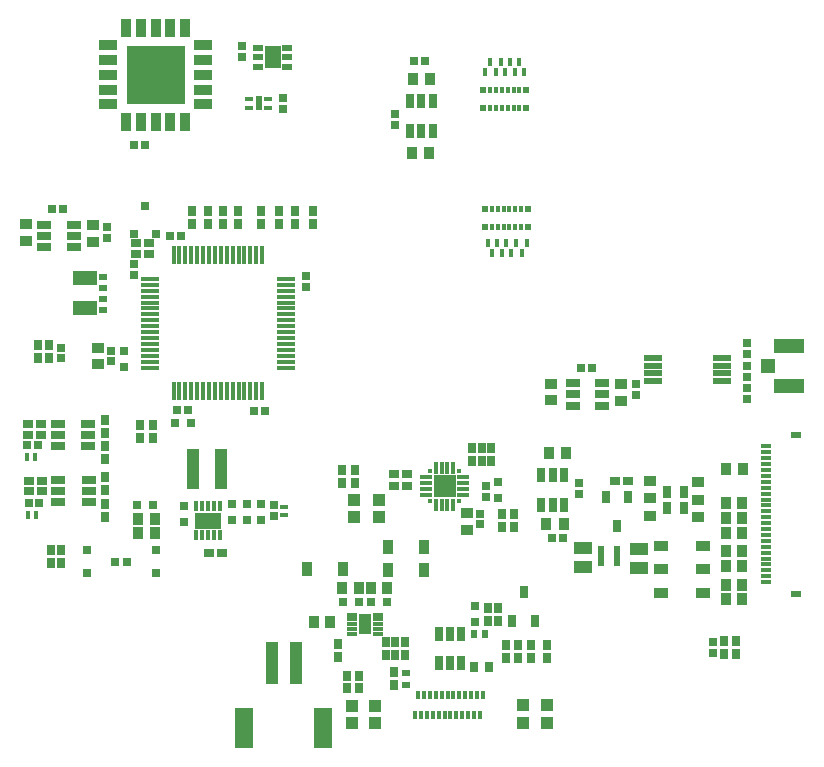
<source format=gbr>
%TF.GenerationSoftware,Altium Limited,Altium Designer,24.7.2 (38)*%
G04 Layer_Color=8421504*
%FSLAX45Y45*%
%MOMM*%
%TF.SameCoordinates,33B871D1-E8D8-480E-9A2D-2420748CAAD8*%
%TF.FilePolarity,Positive*%
%TF.FileFunction,Paste,Top*%
%TF.Part,Single*%
G01*
G75*
%TA.AperFunction,SMDPad,CuDef*%
%ADD34R,0.60000X1.80000*%
%ADD35R,0.60000X1.20000*%
%ADD61R,0.35000X0.60000*%
%ADD68R,0.98000X3.40000*%
%ADD99R,2.20000X1.40000*%
%ADD100R,0.67500X0.72000*%
%ADD101R,0.70000X0.85000*%
%ADD102R,0.70000X0.55000*%
%ADD103R,0.72000X0.70000*%
%ADD104R,0.72000X0.67500*%
%ADD105R,0.85000X0.70000*%
%ADD107R,0.65000X0.90000*%
%ADD108R,0.55000X0.70000*%
%ADD109R,0.80000X0.75000*%
%ADD110R,1.30000X0.70000*%
%ADD111R,1.10000X0.95000*%
%ADD112R,1.04000X0.85000*%
%ADD113R,0.70000X0.72000*%
%ADD114R,0.95000X1.30000*%
%ADD115R,0.75000X1.00000*%
%ADD116R,0.40000X0.90000*%
%ADD117R,0.85000X0.30000*%
%ADD118R,1.10000X1.70000*%
%ADD119R,0.80000X1.10000*%
%ADD120R,0.90000X0.40000*%
%ADD121R,0.90000X0.50000*%
%ADD122R,0.70000X1.30000*%
%ADD123R,1.25000X0.90000*%
%ADD124R,0.85000X1.04000*%
%ADD125R,1.57000X1.07000*%
%ADD126R,0.95000X1.10000*%
%ADD127R,1.05000X1.05000*%
%ADD128R,0.40000X1.57500*%
%ADD129R,1.57500X0.40000*%
%ADD130R,0.52500X0.60000*%
%TA.AperFunction,ConnectorPad*%
%ADD131R,0.40000X0.80000*%
%TA.AperFunction,SMDPad,CuDef*%
%ADD132R,0.85000X0.55000*%
%ADD133R,1.45000X1.84000*%
%ADD134R,0.80000X0.45000*%
%ADD135R,2.60000X1.30000*%
%ADD136R,1.30000X1.25000*%
%ADD137R,1.20000X0.65000*%
%ADD138R,1.57500X0.55000*%
%ADD139R,1.90000X1.90000*%
%ADD140R,1.00000X0.40000*%
%ADD141R,0.40000X0.40000*%
%ADD142R,0.40000X1.00000*%
%ADD143R,2.00000X1.20000*%
%ADD144R,0.30000X0.70000*%
%ADD145R,0.70000X0.45000*%
%ADD146R,0.45000X0.70000*%
%ADD147R,1.60000X0.90000*%
%ADD148R,0.90000X1.60000*%
%ADD149R,4.90000X4.90000*%
%ADD150R,0.75000X0.80000*%
%ADD151R,1.60000X3.50000*%
%ADD152R,1.10000X3.60000*%
D34*
X9095000Y1970000D02*
D03*
X8960000D02*
D03*
D35*
X6063700Y5804100D02*
D03*
D61*
X8285000Y4910000D02*
D03*
X8235000D02*
D03*
X8185000D02*
D03*
X8135000D02*
D03*
X8085000D02*
D03*
X8035000D02*
D03*
Y4760000D02*
D03*
X8085000D02*
D03*
X8135000D02*
D03*
X8185000D02*
D03*
X8235000D02*
D03*
X8285000D02*
D03*
X8270000Y5915000D02*
D03*
X8220000D02*
D03*
X8170000D02*
D03*
X8120000D02*
D03*
X8070000D02*
D03*
X8020000D02*
D03*
Y5765000D02*
D03*
X8070000D02*
D03*
X8120000D02*
D03*
X8170000D02*
D03*
X8220000D02*
D03*
X8270000D02*
D03*
D68*
X5746000Y2705000D02*
D03*
X5509000D02*
D03*
D99*
X5633901Y2272200D02*
D03*
D100*
X4611725Y2020000D02*
D03*
Y1830000D02*
D03*
X4849326Y1925000D02*
D03*
X5188800Y1830000D02*
D03*
Y2020000D02*
D03*
X4951200Y1925000D02*
D03*
D101*
X5170000Y3085000D02*
D03*
Y2975000D02*
D03*
X8000000Y1425000D02*
D03*
Y1535000D02*
D03*
X5500000Y4895000D02*
D03*
Y4785000D02*
D03*
X5630000D02*
D03*
Y4895000D02*
D03*
X5760000Y4785000D02*
D03*
Y4895000D02*
D03*
X5890000D02*
D03*
Y4785000D02*
D03*
X10100000Y1145000D02*
D03*
Y1255000D02*
D03*
X6770000Y2700000D02*
D03*
Y2590000D02*
D03*
X7210000Y880000D02*
D03*
Y990000D02*
D03*
X6520000Y4785000D02*
D03*
Y4895000D02*
D03*
X8220000Y2330000D02*
D03*
Y2220000D02*
D03*
X10000000Y1255000D02*
D03*
Y1145000D02*
D03*
X4299857Y1915144D02*
D03*
Y2025144D02*
D03*
X7950000Y2890000D02*
D03*
Y2780000D02*
D03*
X4760000Y2790000D02*
D03*
Y2900000D02*
D03*
X4765000Y2305000D02*
D03*
Y2415000D02*
D03*
X8090000Y1535000D02*
D03*
Y1425000D02*
D03*
X6370000Y4895000D02*
D03*
Y4785000D02*
D03*
X6230000Y4895000D02*
D03*
Y4785000D02*
D03*
X6080000Y4895000D02*
D03*
Y4785000D02*
D03*
X8030000Y2890000D02*
D03*
Y2780000D02*
D03*
X7870000Y2890000D02*
D03*
Y2780000D02*
D03*
X8160000Y1110000D02*
D03*
Y1220000D02*
D03*
X8260000Y1110000D02*
D03*
Y1220000D02*
D03*
X4190000Y3755000D02*
D03*
Y3645000D02*
D03*
X4290000Y3755000D02*
D03*
Y3645000D02*
D03*
X4391911Y2025000D02*
D03*
Y1915000D02*
D03*
X6730000Y1115000D02*
D03*
Y1225000D02*
D03*
X7300000Y1130000D02*
D03*
Y1240000D02*
D03*
X7220000D02*
D03*
Y1130000D02*
D03*
X4760000Y3010000D02*
D03*
Y3120000D02*
D03*
X4765000Y2530000D02*
D03*
Y2640000D02*
D03*
X7140000Y1130000D02*
D03*
Y1240000D02*
D03*
X6880000Y2590000D02*
D03*
Y2700000D02*
D03*
X6810000Y960000D02*
D03*
Y850000D02*
D03*
X6910000Y960000D02*
D03*
Y850000D02*
D03*
X5060000Y3085000D02*
D03*
Y2975000D02*
D03*
X8500000Y1220000D02*
D03*
Y1110000D02*
D03*
X8371743Y1220000D02*
D03*
Y1110000D02*
D03*
X8120000Y2330000D02*
D03*
Y2220000D02*
D03*
D102*
X4740000Y4147500D02*
D03*
Y4052500D02*
D03*
Y4242500D02*
D03*
Y4337500D02*
D03*
X7310000Y882500D02*
D03*
Y977500D02*
D03*
D103*
X7984727Y2471665D02*
D03*
Y2563664D02*
D03*
X4780000Y4666500D02*
D03*
Y4758500D02*
D03*
X8770000Y2494000D02*
D03*
Y2586000D02*
D03*
X9260000Y3427000D02*
D03*
Y3335000D02*
D03*
X9910000Y1246000D02*
D03*
Y1154000D02*
D03*
X5010000Y4349000D02*
D03*
Y4441000D02*
D03*
X7220000Y5624000D02*
D03*
Y5716000D02*
D03*
X6190000Y2309000D02*
D03*
Y2401000D02*
D03*
X6462759Y4246662D02*
D03*
Y4338662D02*
D03*
X7940000Y2239000D02*
D03*
Y2331000D02*
D03*
X4390000Y3737000D02*
D03*
Y3645000D02*
D03*
X6270000Y5851000D02*
D03*
Y5759000D02*
D03*
X10200000Y3489000D02*
D03*
Y3581000D02*
D03*
Y3299000D02*
D03*
Y3391000D02*
D03*
Y3679000D02*
D03*
Y3771000D02*
D03*
X5920000Y6194000D02*
D03*
Y6286000D02*
D03*
X4810000Y3711000D02*
D03*
Y3619000D02*
D03*
D104*
X5005000Y4701200D02*
D03*
X5195000D02*
D03*
X5100000Y4938800D02*
D03*
D105*
X5130000Y4620000D02*
D03*
X5020000D02*
D03*
X5755000Y1995000D02*
D03*
X5645000D02*
D03*
X9075000Y2610000D02*
D03*
X9185000D02*
D03*
X4215000Y3090000D02*
D03*
X4105000D02*
D03*
X4225000Y2610000D02*
D03*
X4115000D02*
D03*
X4215000Y3000000D02*
D03*
X4105000D02*
D03*
X4225000Y2520000D02*
D03*
X4115000D02*
D03*
X7315000Y2565000D02*
D03*
X7205000D02*
D03*
X7315000Y2665000D02*
D03*
X7205000D02*
D03*
X5130000Y4530000D02*
D03*
X5020000D02*
D03*
D107*
X8012500Y1035000D02*
D03*
X7887500D02*
D03*
D108*
X7977500Y1310000D02*
D03*
X7882500D02*
D03*
D109*
X7890000Y1547500D02*
D03*
Y1412500D02*
D03*
X4920000Y3710000D02*
D03*
Y3575000D02*
D03*
X5840000Y2412500D02*
D03*
Y2277500D02*
D03*
X5960000Y2412500D02*
D03*
Y2277500D02*
D03*
X5429618Y2396139D02*
D03*
Y2261139D02*
D03*
X8087500Y2460000D02*
D03*
Y2595000D02*
D03*
X6080000Y2412500D02*
D03*
Y2277500D02*
D03*
D110*
X4245000Y4777500D02*
D03*
Y4682500D02*
D03*
Y4587500D02*
D03*
X4495000D02*
D03*
Y4682500D02*
D03*
Y4777500D02*
D03*
X8720000Y3435000D02*
D03*
Y3340000D02*
D03*
Y3245000D02*
D03*
X8970000D02*
D03*
Y3340000D02*
D03*
Y3435000D02*
D03*
D111*
X4660000Y4627500D02*
D03*
Y4777500D02*
D03*
X9780000Y2450000D02*
D03*
Y2600000D02*
D03*
Y2300000D02*
D03*
X9375000Y2460000D02*
D03*
Y2610000D02*
D03*
Y2310000D02*
D03*
X9130000Y3430000D02*
D03*
Y3280000D02*
D03*
D112*
X4090000Y4642500D02*
D03*
Y4782500D02*
D03*
X8540000Y3430000D02*
D03*
Y3290000D02*
D03*
X7830000Y2335000D02*
D03*
Y2195000D02*
D03*
X4699999Y3735000D02*
D03*
Y3595000D02*
D03*
D113*
X5314000Y4685000D02*
D03*
X5406000D02*
D03*
X8635999Y2120000D02*
D03*
X8544000D02*
D03*
X4314000Y4907500D02*
D03*
X4406000D02*
D03*
X7374000Y6160000D02*
D03*
X7466000D02*
D03*
X5374000Y3205000D02*
D03*
X5466000D02*
D03*
X8886000Y3565000D02*
D03*
X8794000D02*
D03*
X5004000Y5450000D02*
D03*
X5096000D02*
D03*
X6022933Y3202160D02*
D03*
X6114933D02*
D03*
X4196000Y2910000D02*
D03*
X4104000D02*
D03*
X4206000Y2420000D02*
D03*
X4114000D02*
D03*
D114*
X7462500Y2050000D02*
D03*
X7157500D02*
D03*
X7462500Y1850000D02*
D03*
X7157500D02*
D03*
X6467500Y1865000D02*
D03*
X6772500D02*
D03*
D115*
X9662500Y2510000D02*
D03*
X9517500D02*
D03*
Y2380000D02*
D03*
X9662500D02*
D03*
D116*
X5683900Y2147200D02*
D03*
X5733901D02*
D03*
X5633901Y2397200D02*
D03*
X5533901Y2147200D02*
D03*
X5583901D02*
D03*
X5633901D02*
D03*
X5733901Y2397200D02*
D03*
X5683900D02*
D03*
X5583901D02*
D03*
X5533901D02*
D03*
D117*
X6855000Y1315000D02*
D03*
Y1475000D02*
D03*
Y1435000D02*
D03*
Y1395000D02*
D03*
Y1355000D02*
D03*
X7075000Y1315000D02*
D03*
Y1355000D02*
D03*
Y1395000D02*
D03*
Y1435000D02*
D03*
Y1475000D02*
D03*
D118*
X6965000Y1395000D02*
D03*
D119*
X8400000Y1425000D02*
D03*
X9095000Y2230000D02*
D03*
X9000000Y2470000D02*
D03*
X9190000D02*
D03*
X8210000Y1425000D02*
D03*
X8305000Y1665000D02*
D03*
D120*
X10360000Y1750000D02*
D03*
Y1800000D02*
D03*
Y1850000D02*
D03*
Y1900000D02*
D03*
Y1950000D02*
D03*
Y2000000D02*
D03*
Y2050000D02*
D03*
Y2100000D02*
D03*
Y2150000D02*
D03*
Y2200000D02*
D03*
Y2250000D02*
D03*
Y2300000D02*
D03*
Y2350000D02*
D03*
Y2400000D02*
D03*
Y2450000D02*
D03*
Y2500000D02*
D03*
Y2550000D02*
D03*
Y2600000D02*
D03*
Y2650000D02*
D03*
Y2700000D02*
D03*
Y2750000D02*
D03*
Y2800000D02*
D03*
Y2850000D02*
D03*
Y2900000D02*
D03*
D121*
X10610000Y1650000D02*
D03*
Y3000000D02*
D03*
D122*
X8645000Y2655000D02*
D03*
X8550000D02*
D03*
X8455000D02*
D03*
Y2405000D02*
D03*
X8550000D02*
D03*
X8645000D02*
D03*
X7345100Y5820800D02*
D03*
X7440100D02*
D03*
X7535100D02*
D03*
Y5570800D02*
D03*
X7440100D02*
D03*
X7345100D02*
D03*
X7585000Y1065000D02*
D03*
X7680000D02*
D03*
X7775000D02*
D03*
Y1315000D02*
D03*
X7680000D02*
D03*
X7585000D02*
D03*
D123*
X9470000Y1660000D02*
D03*
X9820000D02*
D03*
X9470000Y2060000D02*
D03*
X9820000D02*
D03*
Y1860000D02*
D03*
X9470000D02*
D03*
D124*
X8519999Y2840000D02*
D03*
X8660000D02*
D03*
X10015000Y1890000D02*
D03*
X10155000D02*
D03*
X10015000Y2170000D02*
D03*
X10155000D02*
D03*
X10015000Y1730000D02*
D03*
X10155000D02*
D03*
X10015000Y1610000D02*
D03*
X10155000D02*
D03*
X10020000Y2710000D02*
D03*
X10160000D02*
D03*
X10015000Y2420000D02*
D03*
X10155000D02*
D03*
X10015000Y2290000D02*
D03*
X10155000D02*
D03*
X10015000Y2010000D02*
D03*
X10155000D02*
D03*
X7360000Y5380000D02*
D03*
X7500000D02*
D03*
X7150000Y1705000D02*
D03*
X7010000D02*
D03*
X6670000Y1415000D02*
D03*
X6530000D02*
D03*
X5180000Y2165000D02*
D03*
X5040000D02*
D03*
X6770000Y1705000D02*
D03*
X6910000D02*
D03*
X5180000Y2285000D02*
D03*
X5040000D02*
D03*
D125*
X8810000Y2043000D02*
D03*
Y1877000D02*
D03*
X9285000Y2033000D02*
D03*
Y1867000D02*
D03*
D126*
X8495000Y2240000D02*
D03*
X8645000D02*
D03*
X7365000Y6010000D02*
D03*
X7515000D02*
D03*
D127*
X8300000Y560000D02*
D03*
Y710000D02*
D03*
X8500000D02*
D03*
Y560000D02*
D03*
X6870000Y2300000D02*
D03*
Y2450000D02*
D03*
X7080000Y2300000D02*
D03*
Y2450000D02*
D03*
X7050000Y705000D02*
D03*
Y555000D02*
D03*
X6850000Y705000D02*
D03*
Y555000D02*
D03*
D128*
X5341500Y4516299D02*
D03*
X5391500D02*
D03*
X5441500D02*
D03*
X5491500D02*
D03*
X5541500D02*
D03*
X5591500D02*
D03*
X5641500D02*
D03*
X5691500D02*
D03*
X5741500D02*
D03*
X5791500D02*
D03*
X5841500D02*
D03*
X5891500D02*
D03*
X5941500D02*
D03*
X5991500D02*
D03*
X6041500D02*
D03*
X6091500D02*
D03*
Y3368699D02*
D03*
X6041500D02*
D03*
X5991500D02*
D03*
X5941500D02*
D03*
X5891500D02*
D03*
X5841500D02*
D03*
X5791500D02*
D03*
X5741500D02*
D03*
X5691500D02*
D03*
X5641500D02*
D03*
X5591500D02*
D03*
X5541500D02*
D03*
X5491500D02*
D03*
X5441500D02*
D03*
X5391500D02*
D03*
X5341500D02*
D03*
D129*
X6290300Y4317499D02*
D03*
Y4267499D02*
D03*
Y4217499D02*
D03*
Y4167499D02*
D03*
Y4117499D02*
D03*
Y4067499D02*
D03*
Y4017499D02*
D03*
Y3967499D02*
D03*
Y3917499D02*
D03*
Y3867499D02*
D03*
Y3817499D02*
D03*
Y3767499D02*
D03*
Y3717499D02*
D03*
Y3667499D02*
D03*
Y3617499D02*
D03*
Y3567499D02*
D03*
X5142700D02*
D03*
Y3617499D02*
D03*
Y3667499D02*
D03*
Y3717499D02*
D03*
Y3767499D02*
D03*
Y3817499D02*
D03*
Y3867499D02*
D03*
Y3917499D02*
D03*
Y3967499D02*
D03*
Y4017499D02*
D03*
Y4067499D02*
D03*
Y4117499D02*
D03*
Y4167499D02*
D03*
Y4217499D02*
D03*
Y4267499D02*
D03*
Y4317499D02*
D03*
D130*
X8343700Y4910000D02*
D03*
X7976300D02*
D03*
Y4760000D02*
D03*
X8343700D02*
D03*
X8328700Y5915000D02*
D03*
X7961300D02*
D03*
Y5765000D02*
D03*
X8328700D02*
D03*
D131*
X7711000Y796000D02*
D03*
X7761000D02*
D03*
X7811000D02*
D03*
X7861000D02*
D03*
X7911000D02*
D03*
X7961000D02*
D03*
X7936000Y626000D02*
D03*
X7385999D02*
D03*
X7436000D02*
D03*
X7486000D02*
D03*
X7536000D02*
D03*
X7586000D02*
D03*
X7636000D02*
D03*
X7686000D02*
D03*
X7736000D02*
D03*
X7786000D02*
D03*
X7836000D02*
D03*
X7886000D02*
D03*
X7411000Y796000D02*
D03*
X7461000D02*
D03*
X7511000D02*
D03*
X7561000D02*
D03*
X7611000D02*
D03*
X7661000D02*
D03*
D132*
X6055000Y6275000D02*
D03*
Y6195000D02*
D03*
Y6115000D02*
D03*
X6305000D02*
D03*
Y6195000D02*
D03*
Y6275000D02*
D03*
D133*
X6180000Y6195000D02*
D03*
D134*
X5983700Y5844100D02*
D03*
Y5764100D02*
D03*
X6143700D02*
D03*
Y5844100D02*
D03*
D135*
X10550000Y3747000D02*
D03*
Y3410000D02*
D03*
D136*
X10377000Y3578500D02*
D03*
D137*
X4620000Y2900000D02*
D03*
Y2995000D02*
D03*
Y3090000D02*
D03*
X4360000D02*
D03*
Y2995000D02*
D03*
Y2900000D02*
D03*
X4622500Y2424999D02*
D03*
Y2519999D02*
D03*
Y2614999D02*
D03*
X4362500D02*
D03*
Y2519999D02*
D03*
Y2424999D02*
D03*
D138*
X9988800Y3452500D02*
D03*
Y3517500D02*
D03*
Y3582500D02*
D03*
Y3647500D02*
D03*
X9401200D02*
D03*
Y3582500D02*
D03*
Y3517500D02*
D03*
Y3452500D02*
D03*
D139*
X7635332Y2562501D02*
D03*
D140*
X7480333Y2487501D02*
D03*
Y2537501D02*
D03*
Y2587501D02*
D03*
Y2637501D02*
D03*
X7790332D02*
D03*
Y2587501D02*
D03*
Y2537501D02*
D03*
Y2487501D02*
D03*
D141*
X7510332Y2687501D02*
D03*
X7760332D02*
D03*
Y2437501D02*
D03*
X7510332D02*
D03*
D142*
X7560332Y2717501D02*
D03*
X7610333D02*
D03*
X7660332D02*
D03*
X7710333D02*
D03*
Y2407501D02*
D03*
X7660332D02*
D03*
X7610333D02*
D03*
X7560332D02*
D03*
D143*
X4590000Y4075000D02*
D03*
Y4325000D02*
D03*
D144*
X7980000Y6070000D02*
D03*
X8070000D02*
D03*
X8150000D02*
D03*
X8230000D02*
D03*
X8310000D02*
D03*
X8270000Y6155000D02*
D03*
X8190000D02*
D03*
X8110000D02*
D03*
X8020000D02*
D03*
X8330000Y4620000D02*
D03*
X8240000D02*
D03*
X8160000D02*
D03*
X8080000D02*
D03*
X8000000D02*
D03*
X8040000Y4535000D02*
D03*
X8120000D02*
D03*
X8200000D02*
D03*
X8290000D02*
D03*
D145*
X6280000Y2322500D02*
D03*
Y2387500D02*
D03*
D146*
X4165000Y2810000D02*
D03*
X4100000D02*
D03*
X4172500Y2320000D02*
D03*
X4107500D02*
D03*
D147*
X4790000Y6295000D02*
D03*
Y6170000D02*
D03*
Y6045000D02*
D03*
Y5920000D02*
D03*
Y5795000D02*
D03*
X5590000D02*
D03*
Y5920000D02*
D03*
Y6045000D02*
D03*
Y6170000D02*
D03*
Y6295000D02*
D03*
D148*
X4940000Y5645000D02*
D03*
X5065000D02*
D03*
X5190000D02*
D03*
X5315000D02*
D03*
X5440000D02*
D03*
Y6445000D02*
D03*
X5315000D02*
D03*
X5190000D02*
D03*
X5065000D02*
D03*
X4940000D02*
D03*
D149*
X5190000Y6045000D02*
D03*
D150*
X5487500Y3100000D02*
D03*
X5352500D02*
D03*
X7147500Y1585000D02*
D03*
X7012500D02*
D03*
X5167500Y2405000D02*
D03*
X5032500D02*
D03*
X6780000Y1585000D02*
D03*
X6915000D02*
D03*
D151*
X6610000Y515000D02*
D03*
X5940000D02*
D03*
D152*
X6375000Y1070000D02*
D03*
X6175000D02*
D03*
%TF.MD5,a33822854b6c7ebba609f888739a149f*%
M02*

</source>
